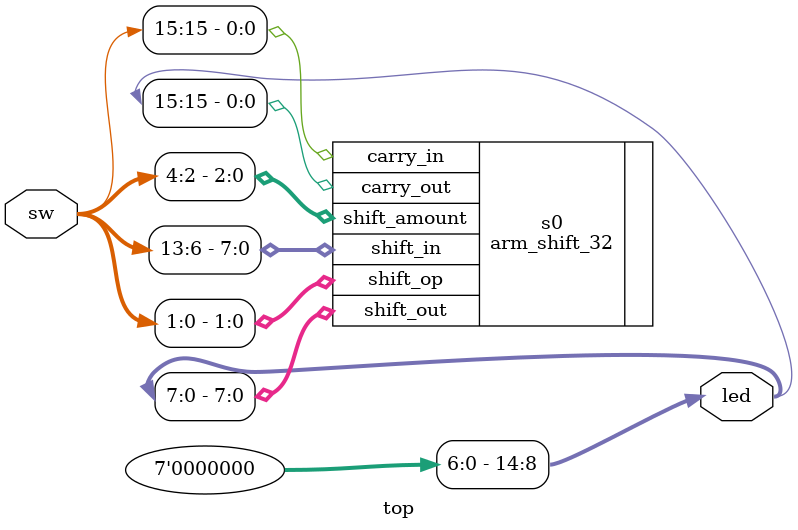
<source format=v>
`timescale 1ns / 1ps

module top (
    input [15:0] sw,
    output [15:0] led
);

arm_shift_32 #(.DATA_WIDTH(8)) s0 (
    .carry_in(sw[15]),
    .shift_in(sw[13:6]),
    .shift_amount(sw[4:2]),
    .shift_op(sw[1:0]),
    .shift_out(led[7:0]),
    .carry_out(led[15])
);

assign led[14:8] = 0;

endmodule

</source>
